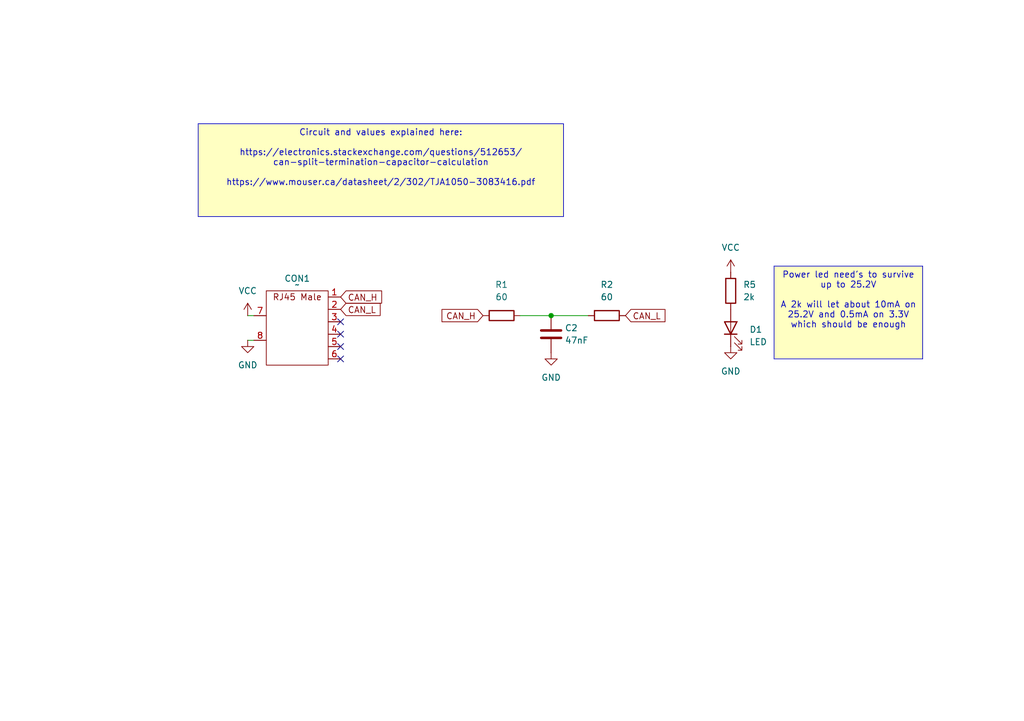
<source format=kicad_sch>
(kicad_sch (version 20231120) (generator "eeschema") (generator_version "8.0")
  (paper "A5")
  (title_block (title "Canbus Terminaison") (rev "0") (company "Robotique UdeS"))
  (lib_symbols
    (symbol "Custom:RJ45_Male"
      (property "Reference" "CON1" (at 0 1.27 0))
      (property "Value" "~" (at 0 0 0))
      (symbol "RJ45_Male_0_1"
        (rectangle (start -6.35 -1.27) (end 6.35 -16.51))
      )
      (symbol "RJ45_Male_1_1"
        (text "RJ45 Male" (at 0 -2.54 0) (effects (font (size 1.27 1.27))))
        (pin bidirectional line (at 8.89 -2.54 180) (length 2.54) (name "") (number "1"))
        (pin bidirectional line (at 8.89 -5.08 180) (length 2.54) (name "") (number "2"))
        (pin unspecified line (at 8.89 -7.62 180) (length 2.54) (name "") (number "3"))
        (pin unspecified line (at 8.89 -10.16 180) (length 2.54) (name "") (number "4"))
        (pin unspecified line (at 8.89 -12.7 180) (length 2.54) (name "") (number "5"))
        (pin unspecified line (at 8.89 -15.24 180) (length 2.54) (name "") (number "6"))
        (pin bidirectional line (at -8.89 -6.35 0) (length 2.54) (name "") (number "7"))
        (pin bidirectional line (at -8.89 -11.43 0) (length 2.54) (name "") (number "8"))
      )
    )
    (symbol "Device:C" (pin_numbers hide) (pin_names (offset 0.254))
      (property "Reference" "C" (at 0.635 2.54 0))
      (property "Value" "C" (at 0.635 -2.54 0))
      (symbol "C_0_1"
        (polyline (pts (xy -2.032 -0.762) (xy 2.032 -0.762)) (stroke (width 0.508)))
        (polyline (pts (xy -2.032 0.762) (xy 2.032 0.762)) (stroke (width 0.508)))
      )
      (symbol "C_1_1"
        (pin passive line (at 0 3.81 270) (length 2.794) (name "~") (number "1"))
        (pin passive line (at 0 -3.81 90) (length 2.794) (name "~") (number "2"))
      )
    )
    (symbol "Device:LED" (pin_numbers hide) (pin_names (offset 1.016) hide)
      (property "Reference" "D" (at 0 2.54 0))
      (property "Value" "LED" (at 0 -2.54 0))
      (symbol "LED_0_1"
        (polyline (pts (xy -1.27 -1.27) (xy -1.27 1.27)) (stroke (width 0.254)))
        (polyline (pts (xy -1.27 0) (xy 1.27 0)))
        (polyline (pts (xy 1.27 -1.27) (xy 1.27 1.27) (xy -1.27 0) (xy 1.27 -1.27)) (stroke (width 0.254)))
        (polyline (pts (xy -3.048 -0.762) (xy -4.572 -2.286) (xy -3.81 -2.286) (xy -4.572 -2.286) (xy -4.572 -1.524)))
        (polyline (pts (xy -1.778 -0.762) (xy -3.302 -2.286) (xy -2.54 -2.286) (xy -3.302 -2.286) (xy -3.302 -1.524)))
      )
      (symbol "LED_1_1"
        (pin passive line (at -3.81 0 0) (length 2.54) (name "K") (number "1"))
        (pin passive line (at 3.81 0 180) (length 2.54) (name "A") (number "2"))
      )
    )
    (symbol "Device:R" (pin_numbers hide) (pin_names (offset 0))
      (property "Reference" "R" (at 2.032 0 90))
      (property "Value" "R" (at 0 0 90))
      (symbol "R_0_1"
        (rectangle (start -1.016 -2.54) (end 1.016 2.54) (stroke (width 0.254)))
      )
      (symbol "R_1_1"
        (pin passive line (at 0 3.81 270) (length 1.27) (name "~") (number "1"))
        (pin passive line (at 0 -3.81 90) (length 1.27) (name "~") (number "2"))
      )
    )
    (symbol "power:GND" (power) (pin_numbers hide) (pin_names (offset 0) hide)
      (property "Value" "GND" (at 0 -3.81 0))
      (symbol "GND_0_1"
        (polyline (pts (xy 0 0) (xy 0 -1.27) (xy 1.27 -1.27) (xy 0 -2.54) (xy -1.27 -1.27) (xy 0 -1.27)))
      )
      (symbol "GND_1_1"
        (pin power_in line (at 0 0 270) (length 0) (name "~") (number "1"))
      )
    )
    (symbol "power:VCC" (power) (pin_numbers hide) (pin_names (offset 0) hide)
      (property "Value" "VCC" (at 0 3.556 0))
      (symbol "VCC_0_1"
        (polyline (pts (xy -0.762 1.27) (xy 0 2.54)))
        (polyline (pts (xy 0 0) (xy 0 2.54)))
        (polyline (pts (xy 0 2.54) (xy 0.762 1.27)))
      )
      (symbol "VCC_1_1"
        (pin power_in line (at 0 0 90) (length 0) (name "~") (number "1"))
      )
    )
  )
  (junction (at 113.03 64.77))
  (no_connect (at 69.85 73.66))
  (no_connect (at 69.85 68.58))
  (no_connect (at 69.85 71.12))
  (no_connect (at 69.85 66.04))
  (wire (pts (xy 50.8 69.85) (xy 52.07 69.85)))
  (wire (pts (xy 106.68 64.77) (xy 113.03 64.77)))
  (wire (pts (xy 113.03 64.77) (xy 120.65 64.77)))
  (wire (pts (xy 50.8 64.77) (xy 52.07 64.77)))
  (text_box "Power led need's to survive up to 25.2V\n\nA 2k will let about 10mA on 25.2V and 0.5mA on 3.3V which should be enough\n" (at 158.75 54.61 0) (size 30.48 19.05) (fill (type color) (color 255 255 194 1)) (effects (font (size 1.27 1.27)) (justify top)))
  (text_box "Circuit and values explained here:\n\nhttps://electronics.stackexchange.com/questions/512653/\ncan-split-termination-capacitor-calculation\n\nhttps://www.mouser.ca/datasheet/2/302/TJA1050-3083416.pdf" (at 40.64 25.4 0) (size 74.93 19.05) (fill (type color) (color 255 255 194 1)) (effects (font (size 1.27 1.27)) (justify top)))
  (global_label "CAN_H" (shape input) (at 99.06 64.77 180) (property "Intersheetrefs" "${INTERSHEET_REFS}" (effects (hide yes))))
  (global_label "CAN_L" (shape input) (at 128.27 64.77 0) (property "Intersheetrefs" "${INTERSHEET_REFS}" (effects (hide yes))))
  (global_label "CAN_H" (shape input) (at 69.85 60.96 0) (property "Intersheetrefs" "${INTERSHEET_REFS}" (effects (hide yes))))
  (global_label "CAN_L" (shape input) (at 69.85 63.5 0) (property "Intersheetrefs" "${INTERSHEET_REFS}" (effects (hide yes))))
  (symbol (lib_id "power:GND") (at 113.03 72.39 0) (unit 1)
    (property "Reference" "#PWR01" (effects (hide yes)))
    (property "Value" "GND" (at 113.03 77.47 0))
    (property "Description" "Power symbol creates a global label with name \"GND\" , ground" (effects (hide yes)))
  )
  (symbol (lib_id "Device:R") (at 124.46 64.77 90) (unit 1)
    (property "Reference" "R2" (at 124.46 58.42 90))
    (property "Value" "60" (at 124.46 60.96 90))
    (property "Footprint" "Resistor_SMD:R_0805_2012Metric_Pad1.20x1.40mm_HandSolder" (effects (hide yes)))
    (property "Description" "Resistor" (effects (hide yes)))
  )
  (symbol (lib_id "Device:R") (at 149.86 59.69 180) (unit 1)
    (property "Reference" "R5" (at 152.4 58.4199 0) (effects (justify right)))
    (property "Value" "2k" (at 152.4 60.9599 0) (effects (justify right)))
    (property "Footprint" "Resistor_SMD:R_0805_2012Metric_Pad1.20x1.40mm_HandSolder" (effects (hide yes)))
    (property "Description" "Resistor" (effects (hide yes)))
  )
  (symbol (lib_id "Custom:RJ45_Male") (at 60.96 58.42 0) (unit 1)
    (property "Reference" "CON1" (at 60.96 57.15 0))
    (property "Value" "~" (at 60.96 58.42 0))
    (property "Footprint" "AAA_Custom:RJ45_MALE-AJP92A8813" (effects (hide yes)))
    (property "Datasheet" "https://www.farnell.com/datasheets/1885653.pdf?_ga=2.166871166.1781278830.1711756205-748110242.1711756205" (effects (hide yes)))
    (property "Description" "AJP92A8813" (effects (hide yes)))
  )
  (symbol (lib_id "power:GND") (at 149.86 71.12 0) (unit 1)
    (property "Reference" "#PWR06" (effects (hide yes)))
    (property "Value" "GND" (at 149.86 76.2 0))
    (property "Description" "Power symbol creates a global label with name \"GND\" , ground" (effects (hide yes)))
  )
  (symbol (lib_id "Device:C") (at 113.03 68.58 0) (unit 1)
    (property "Reference" "C2" (at 115.824 67.31 0) (effects (justify left)))
    (property "Value" "47nF" (at 115.824 69.85 0) (effects (justify left)))
    (property "Footprint" "Capacitor_SMD:C_0805_2012Metric_Pad1.18x1.45mm_HandSolder" (effects (hide yes)))
    (property "Description" "Unpolarized capacitor" (effects (hide yes)))
  )
  (symbol (lib_id "power:VCC") (at 50.8 64.77 0) (unit 1)
    (property "Reference" "#PWR04" (effects (hide yes)))
    (property "Value" "VCC" (at 50.8 59.69 0))
    (property "Description" "Power symbol creates a global label with name \"VCC\"" (effects (hide yes)))
  )
  (symbol (lib_id "Device:LED") (at 149.86 67.31 90) (unit 1)
    (property "Reference" "D1" (at 153.67 67.6274 90) (effects (justify right)))
    (property "Value" "LED" (at 153.67 70.1674 90) (effects (justify right)))
    (property "Footprint" "LED_SMD:LED_0805_2012Metric_Pad1.15x1.40mm_HandSolder" (effects (hide yes)))
    (property "Description" "150080RS75000 | 732-4984-2-ND " (effects (hide yes)))
  )
  (symbol (lib_id "Device:R") (at 102.87 64.77 90) (unit 1)
    (property "Reference" "R1" (at 102.87 58.42 90))
    (property "Value" "60" (at 102.87 60.96 90))
    (property "Footprint" "Resistor_SMD:R_0805_2012Metric_Pad1.20x1.40mm_HandSolder" (effects (hide yes)))
    (property "Description" "Resistor" (effects (hide yes)))
  )
  (symbol (lib_id "power:GND") (at 50.8 69.85 0) (unit 1)
    (property "Reference" "#PWR02" (effects (hide yes)))
    (property "Value" "GND" (at 50.8 74.93 0))
    (property "Description" "Power symbol creates a global label with name \"GND\" , ground" (effects (hide yes)))
  )
  (symbol (lib_id "power:VCC") (at 149.86 55.88 0) (unit 1)
    (property "Reference" "#PWR05" (effects (hide yes)))
    (property "Value" "VCC" (at 149.86 50.8 0))
    (property "Description" "Power symbol creates a global label with name \"VCC\"" (effects (hide yes)))
  )
)
</source>
